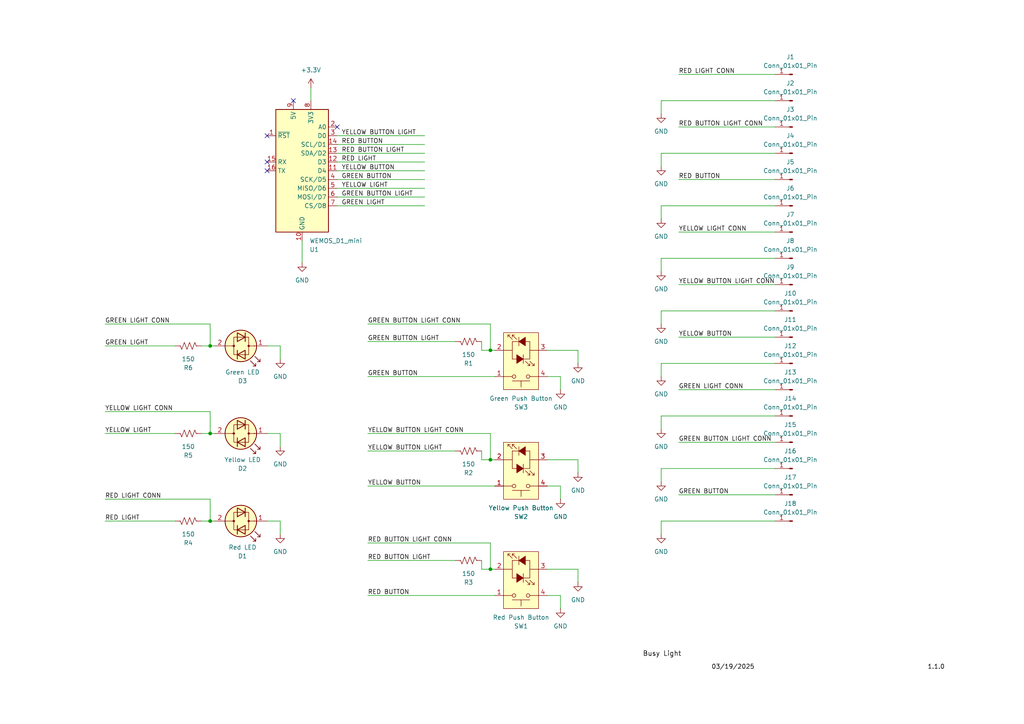
<source format=kicad_sch>
(kicad_sch (version 20250114) (generator "eeschema") (generator_version "9.0")
  (paper "A4")
  (lib_symbols
    (symbol "Connector:Conn_01x01_Pin" (pin_names (offset 1.016) (hide yes))
      (property "Reference" "J" (at 0 2.54 0))
      (property "Value" "Conn_01x01_Pin" (at 0 -2.54 0))
      (symbol "Conn_01x01_Pin_1_1"
        (rectangle (start 0.8636 0.127) (end 0 -0.127) (stroke (width 0.1524)) (fill (type outline)))
        (polyline (pts (xy 1.27 0) (xy 0.8636 0)) (stroke (width 0.1524)))
        (pin passive line (at 5.08 0 180) (length 3.81) (name "Pin_1") (number "1"))
      )
    )
    (symbol "Device:LED_Dual_Bidirectional" (pin_names (offset 0) (hide yes))
      (property "Reference" "D" (at 0 5.715 0))
      (property "Value" "LED_Dual_Bidirectional" (at 0 -6.35 0))
      (symbol "LED_Dual_Bidirectional_0_1"
        (polyline (pts (xy -4.572 0) (xy -2.54 0)))
        (circle (center -2.032 0) (radius 0.254) (fill (type outline)))
        (polyline (pts (xy -2.032 0) (xy -2.54 0)))
        (polyline (pts (xy -1.016 3.81) (xy -1.016 1.27)) (stroke (width 0.254)))
        (polyline (pts (xy -1.016 -1.27) (xy -1.016 -3.81) (xy 1.27 -2.54) (xy -1.016 -1.27)) (stroke (width 0.254)))
        (circle (center 0 0) (radius 4.572) (stroke (width 0.254)) (fill (type background)))
        (polyline (pts (xy 1.27 3.81) (xy 1.27 1.27) (xy -1.016 2.54) (xy 1.27 3.81)) (stroke (width 0.254)))
        (polyline (pts (xy 1.27 -1.27) (xy 1.27 -3.81)) (stroke (width 0.254)))
        (polyline (pts (xy 2.286 2.54) (xy -2.032 2.54) (xy -2.032 -2.54) (xy 2.286 -2.54) (xy 2.286 2.54)))
        (circle (center 2.286 0) (radius 0.254) (fill (type outline)))
        (polyline (pts (xy 2.794 4.318) (xy 4.318 5.842) (xy 3.556 5.842)) (stroke (width 0.2032)))
        (polyline (pts (xy 4.064 3.048) (xy 5.588 4.572) (xy 4.826 4.572)) (stroke (width 0.2032)))
        (polyline (pts (xy 4.064 0) (xy 2.286 0)) (fill (type outline)))
        (polyline (pts (xy 4.318 5.842) (xy 4.318 5.08)) (stroke (width 0.2032)))
        (polyline (pts (xy 5.588 4.572) (xy 5.588 3.81)) (stroke (width 0.2032)))
      )
      (symbol "LED_Dual_Bidirectional_1_1"
        (pin input line (at -7.62 0 0) (length 3.048) (name "AK") (number "2"))
        (pin input line (at 7.62 0 180) (length 3.81) (name "KA") (number "1"))
      )
    )
    (symbol "Device:R_US" (pin_numbers (hide yes)) (pin_names (offset 0))
      (property "Reference" "R" (at 2.54 0 90))
      (property "Value" "R_US" (at -2.54 0 90))
      (symbol "R_US_0_1"
        (polyline (pts (xy 0 2.286) (xy 0 2.54)))
        (polyline (pts (xy 0 2.286) (xy 1.016 1.905) (xy 0 1.524) (xy -1.016 1.143) (xy 0 0.762)))
        (polyline (pts (xy 0 0.762) (xy 1.016 0.381) (xy 0 0) (xy -1.016 -0.381) (xy 0 -0.762)))
        (polyline (pts (xy 0 -0.762) (xy 1.016 -1.143) (xy 0 -1.524) (xy -1.016 -1.905) (xy 0 -2.286)))
        (polyline (pts (xy 0 -2.286) (xy 0 -2.54)))
      )
      (symbol "R_US_1_1"
        (pin passive line (at 0 3.81 270) (length 1.27) (name "~") (number "1"))
        (pin passive line (at 0 -3.81 90) (length 1.27) (name "~") (number "2"))
      )
    )
    (symbol "RF_Module:WEMOS_D1_mini"
      (property "Reference" "U" (at 3.81 19.05 0))
      (property "Value" "WEMOS_D1_mini" (at 1.27 -19.05 0))
      (symbol "WEMOS_D1_mini_1_1"
        (rectangle (start -7.62 17.78) (end 7.62 -17.78) (stroke (width 0.254)) (fill (type background)))
        (pin input line (at -10.16 10.16 0) (length 2.54) (name "~{RST}") (number "1"))
        (pin input line (at -10.16 2.54 0) (length 2.54) (name "RX") (number "15"))
        (pin output line (at -10.16 0 0) (length 2.54) (name "TX") (number "16"))
        (pin power_in line (at -2.54 20.32 270) (length 2.54) (name "5V") (number "9"))
        (pin power_in line (at 0 -20.32 90) (length 2.54) (name "GND") (number "10"))
        (pin power_out line (at 2.54 20.32 270) (length 2.54) (name "3V3") (number "8"))
        (pin input line (at 10.16 12.7 180) (length 2.54) (name "A0") (number "2"))
        (pin bidirectional line (at 10.16 10.16 180) (length 2.54) (name "D0") (number "3"))
        (pin bidirectional line (at 10.16 7.62 180) (length 2.54) (name "SCL/D1") (number "14"))
        (pin bidirectional line (at 10.16 5.08 180) (length 2.54) (name "SDA/D2") (number "13"))
        (pin bidirectional line (at 10.16 2.54 180) (length 2.54) (name "D3") (number "12"))
        (pin bidirectional line (at 10.16 0 180) (length 2.54) (name "D4") (number "11"))
        (pin bidirectional line (at 10.16 -2.54 180) (length 2.54) (name "SCK/D5") (number "4"))
        (pin bidirectional line (at 10.16 -5.08 180) (length 2.54) (name "MISO/D6") (number "5"))
        (pin bidirectional line (at 10.16 -7.62 180) (length 2.54) (name "MOSI/D7") (number "6"))
        (pin bidirectional line (at 10.16 -10.16 180) (length 2.54) (name "CS/D8") (number "7"))
      )
    )
    (symbol "Switch:SW_MEC_5G_2LED" (pin_names (offset 1.016) (hide yes))
      (property "Reference" "SW" (at 0 10.16 0))
      (property "Value" "SW_MEC_5G_2LED" (at 0 -8.89 0))
      (symbol "SW_MEC_5G_2LED_0_0"
        (polyline (pts (xy -5.08 5.08) (xy -2.54 5.08)))
        (polyline (pts (xy -5.08 -2.54) (xy -2.54 -2.54)))
        (polyline (pts (xy -3.81 -6.35) (xy -3.81 -6.985) (xy -3.175 -6.985)))
        (polyline (pts (xy -3.81 -6.985) (xy -2.54 -5.715)))
        (polyline (pts (xy -2.54 0) (xy -2.54 -5.08)))
        (polyline (pts (xy -2.54 -5.08) (xy 2.54 -5.08)))
        (polyline (pts (xy -2.54 -6.35) (xy -2.54 -6.985) (xy -1.905 -6.985)))
        (polyline (pts (xy -2.54 -6.985) (xy -1.27 -5.715)))
        (polyline (pts (xy -0.635 -3.81) (xy -0.635 -6.35)))
        (polyline (pts (xy -0.635 -5.08) (xy 1.27 -3.81) (xy 1.27 -6.35) (xy -0.635 -5.08)) (fill (type outline)))
        (polyline (pts (xy 0.635 1.27) (xy 0.635 -1.27)))
        (polyline (pts (xy 0.635 0) (xy -1.27 1.27) (xy -1.27 -1.27) (xy 0.635 0)) (fill (type outline)))
        (polyline (pts (xy 2.54 5.08) (xy 5.08 5.08)))
        (polyline (pts (xy 2.54 1.905) (xy 1.27 0.635)))
        (polyline (pts (xy 2.54 1.27) (xy 2.54 1.905) (xy 1.905 1.905)))
        (polyline (pts (xy 2.54 0) (xy -2.54 0)))
        (polyline (pts (xy 2.54 0) (xy 2.54 -5.08)))
        (polyline (pts (xy 3.81 1.905) (xy 2.54 0.635)))
        (polyline (pts (xy 3.81 1.27) (xy 3.81 1.905) (xy 3.175 1.905)))
        (polyline (pts (xy 5.08 -2.54) (xy 2.54 -2.54)))
      )
      (symbol "SW_MEC_5G_2LED_0_1"
        (circle (center -2.032 5.08) (radius 0.508))
        (polyline (pts (xy 0 6.35) (xy 0 8.128)))
        (circle (center 2.032 5.08) (radius 0.508))
        (polyline (pts (xy 2.54 6.35) (xy -2.54 6.35)))
        (pin passive line (at -7.62 5.08 0) (length 2.54) (name "1") (number "1"))
        (pin passive line (at -7.62 -2.54 0) (length 2.54) (name "2") (number "2"))
        (pin passive line (at 7.62 5.08 180) (length 2.54) (name "A") (number "4"))
        (pin passive line (at 7.62 -2.54 180) (length 2.54) (name "K") (number "3"))
      )
      (symbol "SW_MEC_5G_2LED_1_1"
        (rectangle (start -5.08 8.89) (end 5.08 -7.62) (fill (type background)))
      )
    )
    (symbol "power:+3.3V" (power) (pin_numbers (hide yes)) (pin_names (offset 0) (hide yes))
      (property "Value" "+3.3V" (at 0 3.556 0))
      (symbol "+3.3V_0_1"
        (polyline (pts (xy -0.762 1.27) (xy 0 2.54)))
        (polyline (pts (xy 0 2.54) (xy 0.762 1.27)))
        (polyline (pts (xy 0 0) (xy 0 2.54)))
      )
      (symbol "+3.3V_1_1"
        (pin power_in line (at 0 0 90) (length 0) (name "~") (number "1"))
      )
    )
    (symbol "power:GND" (power) (pin_numbers (hide yes)) (pin_names (offset 0) (hide yes))
      (property "Value" "GND" (at 0 -3.81 0))
      (symbol "GND_0_1"
        (polyline (pts (xy 0 0) (xy 0 -1.27) (xy 1.27 -1.27) (xy 0 -2.54) (xy -1.27 -1.27) (xy 0 -1.27)))
      )
      (symbol "GND_1_1"
        (pin power_in line (at 0 0 270) (length 0) (name "~") (number "1"))
      )
    )
  )
  (text "03/19/2025" (at 212.598 193.548 0) (effects (font (size 1.27 1.27))))
  (text "Busy Light" (at 192.024 189.738 0) (effects (font (size 1.397 1.397))))
  (text "1.1.0" (at 271.526 193.548 0) (effects (font (size 1.27 1.27))))
  (junction (at 60.96 125.73))
  (junction (at 142.24 165.1))
  (junction (at 60.96 151.13))
  (junction (at 60.96 100.33))
  (junction (at 142.24 133.35))
  (junction (at 142.24 101.6))
  (no_connect (at 85.09 29.21))
  (no_connect (at 77.47 46.99))
  (no_connect (at 97.79 36.83))
  (no_connect (at 77.47 49.53))
  (no_connect (at 77.47 39.37))
  (wire (pts (xy 30.48 119.38) (xy 60.96 119.38)))
  (wire (pts (xy 60.96 125.73) (xy 60.96 119.38)))
  (wire (pts (xy 60.96 151.13) (xy 60.96 144.78)))
  (wire (pts (xy 106.68 99.06) (xy 132.08 99.06)))
  (wire (pts (xy 58.42 125.73) (xy 60.96 125.73)))
  (wire (pts (xy 60.96 151.13) (xy 62.23 151.13)))
  (wire (pts (xy 139.7 162.56) (xy 139.7 165.1)))
  (wire (pts (xy 142.24 133.35) (xy 143.51 133.35)))
  (wire (pts (xy 97.79 46.99) (xy 123.19 46.99)))
  (wire (pts (xy 162.56 172.72) (xy 162.56 176.53)))
  (wire (pts (xy 139.7 130.81) (xy 139.7 133.35)))
  (wire (pts (xy 97.79 54.61) (xy 123.19 54.61)))
  (wire (pts (xy 106.68 172.72) (xy 143.51 172.72)))
  (wire (pts (xy 191.77 90.17) (xy 224.79 90.17)))
  (wire (pts (xy 191.77 74.93) (xy 224.79 74.93)))
  (wire (pts (xy 81.28 100.33) (xy 81.28 104.14)))
  (wire (pts (xy 191.77 151.13) (xy 191.77 154.94)))
  (wire (pts (xy 106.68 109.22) (xy 143.51 109.22)))
  (wire (pts (xy 60.96 100.33) (xy 62.23 100.33)))
  (wire (pts (xy 196.85 21.59) (xy 224.79 21.59)))
  (wire (pts (xy 81.28 151.13) (xy 81.28 154.94)))
  (wire (pts (xy 158.75 172.72) (xy 162.56 172.72)))
  (wire (pts (xy 77.47 100.33) (xy 81.28 100.33)))
  (wire (pts (xy 162.56 140.97) (xy 162.56 144.78)))
  (wire (pts (xy 158.75 140.97) (xy 162.56 140.97)))
  (wire (pts (xy 191.77 120.65) (xy 224.79 120.65)))
  (wire (pts (xy 97.79 41.91) (xy 123.19 41.91)))
  (wire (pts (xy 162.56 109.22) (xy 162.56 113.03)))
  (wire (pts (xy 142.24 165.1) (xy 142.24 157.48)))
  (wire (pts (xy 196.85 67.31) (xy 224.79 67.31)))
  (wire (pts (xy 58.42 151.13) (xy 60.96 151.13)))
  (wire (pts (xy 30.48 151.13) (xy 50.8 151.13)))
  (wire (pts (xy 58.42 100.33) (xy 60.96 100.33)))
  (wire (pts (xy 106.68 157.48) (xy 142.24 157.48)))
  (wire (pts (xy 142.24 101.6) (xy 142.24 93.98)))
  (wire (pts (xy 191.77 135.89) (xy 224.79 135.89)))
  (wire (pts (xy 191.77 29.21) (xy 224.79 29.21)))
  (wire (pts (xy 191.77 74.93) (xy 191.77 78.74)))
  (wire (pts (xy 87.63 69.85) (xy 87.63 76.2)))
  (wire (pts (xy 139.7 133.35) (xy 142.24 133.35)))
  (wire (pts (xy 30.48 125.73) (xy 50.8 125.73)))
  (wire (pts (xy 60.96 100.33) (xy 60.96 93.98)))
  (wire (pts (xy 167.64 165.1) (xy 167.64 168.91)))
  (wire (pts (xy 191.77 151.13) (xy 224.79 151.13)))
  (wire (pts (xy 142.24 101.6) (xy 143.51 101.6)))
  (wire (pts (xy 97.79 59.69) (xy 123.19 59.69)))
  (wire (pts (xy 191.77 105.41) (xy 191.77 109.22)))
  (wire (pts (xy 142.24 165.1) (xy 143.51 165.1)))
  (wire (pts (xy 191.77 90.17) (xy 191.77 93.98)))
  (wire (pts (xy 167.64 101.6) (xy 167.64 105.41)))
  (wire (pts (xy 191.77 59.69) (xy 224.79 59.69)))
  (wire (pts (xy 196.85 143.51) (xy 224.79 143.51)))
  (wire (pts (xy 191.77 44.45) (xy 191.77 48.26)))
  (wire (pts (xy 196.85 52.07) (xy 224.79 52.07)))
  (wire (pts (xy 139.7 99.06) (xy 139.7 101.6)))
  (wire (pts (xy 191.77 105.41) (xy 224.79 105.41)))
  (wire (pts (xy 30.48 100.33) (xy 50.8 100.33)))
  (wire (pts (xy 97.79 52.07) (xy 123.19 52.07)))
  (wire (pts (xy 142.24 133.35) (xy 142.24 125.73)))
  (wire (pts (xy 106.68 130.81) (xy 132.08 130.81)))
  (wire (pts (xy 60.96 125.73) (xy 62.23 125.73)))
  (wire (pts (xy 139.7 165.1) (xy 142.24 165.1)))
  (wire (pts (xy 97.79 49.53) (xy 123.19 49.53)))
  (wire (pts (xy 196.85 36.83) (xy 224.79 36.83)))
  (wire (pts (xy 158.75 165.1) (xy 167.64 165.1)))
  (wire (pts (xy 158.75 101.6) (xy 167.64 101.6)))
  (wire (pts (xy 196.85 97.79) (xy 224.79 97.79)))
  (wire (pts (xy 158.75 133.35) (xy 167.64 133.35)))
  (wire (pts (xy 158.75 109.22) (xy 162.56 109.22)))
  (wire (pts (xy 30.48 144.78) (xy 60.96 144.78)))
  (wire (pts (xy 97.79 39.37) (xy 123.19 39.37)))
  (wire (pts (xy 191.77 135.89) (xy 191.77 139.7)))
  (wire (pts (xy 81.28 125.73) (xy 81.28 129.54)))
  (wire (pts (xy 196.85 128.27) (xy 224.79 128.27)))
  (wire (pts (xy 30.48 93.98) (xy 60.96 93.98)))
  (wire (pts (xy 139.7 101.6) (xy 142.24 101.6)))
  (wire (pts (xy 191.77 120.65) (xy 191.77 124.46)))
  (wire (pts (xy 97.79 44.45) (xy 123.19 44.45)))
  (wire (pts (xy 97.79 57.15) (xy 123.19 57.15)))
  (wire (pts (xy 196.85 113.03) (xy 224.79 113.03)))
  (wire (pts (xy 196.85 82.55) (xy 224.79 82.55)))
  (wire (pts (xy 77.47 151.13) (xy 81.28 151.13)))
  (wire (pts (xy 77.47 125.73) (xy 81.28 125.73)))
  (wire (pts (xy 90.17 25.4) (xy 90.17 29.21)))
  (wire (pts (xy 106.68 93.98) (xy 142.24 93.98)))
  (wire (pts (xy 191.77 59.69) (xy 191.77 63.5)))
  (wire (pts (xy 167.64 133.35) (xy 167.64 137.16)))
  (wire (pts (xy 106.68 125.73) (xy 142.24 125.73)))
  (wire (pts (xy 106.68 162.56) (xy 132.08 162.56)))
  (wire (pts (xy 191.77 29.21) (xy 191.77 33.02)))
  (wire (pts (xy 191.77 44.45) (xy 224.79 44.45)))
  (wire (pts (xy 106.68 140.97) (xy 143.51 140.97)))
  (label "YELLOW LIGHT CONN" (at 30.48 119.38 0))
  (label "YELLOW LIGHT" (at 99.06 54.61 0))
  (label "YELLOW BUTTON LIGHT CONN" (at 106.68 125.73 0))
  (label "YELLOW BUTTON" (at 196.85 97.79 0))
  (label "GREEN LIGHT CONN" (at 196.85 113.03 0))
  (label "RED BUTTON LIGHT" (at 106.68 162.56 0))
  (label "RED LIGHT" (at 30.48 151.13 0))
  (label "YELLOW BUTTON" (at 106.68 140.97 0))
  (label "GREEN BUTTON LIGHT" (at 106.68 99.06 0))
  (label "RED BUTTON" (at 196.85 52.07 0))
  (label "YELLOW BUTTON LIGHT CONN" (at 196.85 82.55 0))
  (label "GREEN BUTTON" (at 196.85 143.51 0))
  (label "GREEN BUTTON" (at 106.68 109.22 0))
  (label "RED LIGHT CONN" (at 196.85 21.59 0))
  (label "RED BUTTON LIGHT CONN" (at 196.85 36.83 0))
  (label "YELLOW LIGHT" (at 30.48 125.73 0))
  (label "GREEN BUTTON LIGHT" (at 99.06 57.15 0))
  (label "YELLOW BUTTON LIGHT" (at 106.68 130.81 0))
  (label "GREEN BUTTON" (at 99.06 52.07 0))
  (label "GREEN LIGHT CONN" (at 30.48 93.98 0))
  (label "RED BUTTON" (at 99.06 41.91 0))
  (label "GREEN LIGHT" (at 30.48 100.33 0))
  (label "RED BUTTON" (at 106.68 172.72 0))
  (label "GREEN BUTTON LIGHT CONN" (at 106.68 93.98 0))
  (label "RED LIGHT CONN" (at 30.48 144.78 0))
  (label "RED BUTTON LIGHT" (at 99.06 44.45 0))
  (label "RED BUTTON LIGHT CONN" (at 106.68 157.48 0))
  (label "YELLOW BUTTON" (at 99.06 49.53 0))
  (label "YELLOW BUTTON LIGHT" (at 99.06 39.37 0))
  (label "RED LIGHT" (at 99.06 46.99 0))
  (label "YELLOW LIGHT CONN" (at 196.85 67.31 0))
  (label "GREEN BUTTON LIGHT CONN" (at 196.85 128.27 0))
  (label "GREEN LIGHT" (at 99.06 59.69 0))
  (symbol (lib_id "Device:LED_Dual_Bidirectional") (at 69.85 151.13 0) (mirror x) (unit 1) (on_board no)
    (property "Reference" "D1" (at 70.3453 161.29 0))
    (property "Value" "Red LED" (at 70.3453 158.75 0))
    (property "Footprint" "TerminalBlock_Phoenix:TerminalBlock_Phoenix_MKDS-1,5-6-5.08_1x06_P5.08mm_Horizontal" (effects (hide yes)))
    (property "Description" "Dual LED, bidirectional" (effects (hide yes)))
  )
  (symbol (lib_id "power:GND") (at 87.63 76.2 0) (unit 1)
    (property "Reference" "#PWR02" (effects (hide yes)))
    (property "Value" "GND" (at 87.63 81.28 0))
    (property "Description" "Power symbol creates a global label with name \"GND\" , ground" (effects (hide yes)))
  )
  (symbol (lib_id "power:GND") (at 191.77 78.74 0) (unit 1)
    (property "Reference" "#PWR017" (effects (hide yes)))
    (property "Value" "GND" (at 191.77 83.82 0))
    (property "Description" "Power symbol creates a global label with name \"GND\" , ground" (effects (hide yes)))
  )
  (symbol (lib_id "Connector:Conn_01x01_Pin") (at 229.87 67.31 0) (mirror y) (unit 1)
    (property "Reference" "J7" (at 229.235 62.23 0))
    (property "Value" "Conn_01x01_Pin" (at 229.235 64.77 0))
    (property "Footprint" "Connector_Pin:Pin_D1.3mm_L11.0mm" (effects (hide yes)))
    (property "Description" "Generic connector, single row, 01x01, script generated" (effects (hide yes)))
  )
  (symbol (lib_id "Device:R_US") (at 135.89 99.06 90) (mirror x) (unit 1)
    (property "Reference" "R1" (at 135.89 105.41 90))
    (property "Value" "150" (at 135.89 102.87 90))
    (property "Footprint" "Resistor_THT:R_Axial_DIN0204_L3.6mm_D1.6mm_P7.62mm_Horizontal" (effects (hide yes)))
    (property "Description" "Resistor, US symbol" (effects (hide yes)))
  )
  (symbol (lib_id "Connector:Conn_01x01_Pin") (at 229.87 105.41 0) (mirror y) (unit 1)
    (property "Reference" "J12" (at 229.235 100.33 0))
    (property "Value" "Conn_01x01_Pin" (at 229.235 102.87 0))
    (property "Footprint" "Connector_Pin:Pin_D1.3mm_L11.0mm" (effects (hide yes)))
    (property "Description" "Generic connector, single row, 01x01, script generated" (effects (hide yes)))
  )
  (symbol (lib_id "power:GND") (at 162.56 144.78 0) (unit 1)
    (property "Reference" "#PWR08" (effects (hide yes)))
    (property "Value" "GND" (at 162.56 149.86 0))
    (property "Description" "Power symbol creates a global label with name \"GND\" , ground" (effects (hide yes)))
  )
  (symbol (lib_id "Switch:SW_MEC_5G_2LED") (at 151.13 104.14 0) (mirror x) (unit 1) (on_board no)
    (property "Reference" "SW3" (at 151.13 118.11 0))
    (property "Value" "Green Push Button" (at 151.13 115.57 0))
    (property "Footprint" "TerminalBlock_Phoenix:TerminalBlock_Phoenix_MKDS-1,5-6-5.08_1x06_P5.08mm_Horizontal" (effects (hide yes)))
    (property "Datasheet" "http://www.apem.com/int/index.php?controller=attachment&id_attachment=488" (effects (hide yes)))
    (property "Description" "MEC 5G single pole normally-open illuminated tactile switch with two LEDs" (effects (hide yes)))
  )
  (symbol (lib_id "power:GND") (at 167.64 137.16 0) (unit 1)
    (property "Reference" "#PWR09" (effects (hide yes)))
    (property "Value" "GND" (at 167.64 142.24 0))
    (property "Description" "Power symbol creates a global label with name \"GND\" , ground" (effects (hide yes)))
  )
  (symbol (lib_id "Connector:Conn_01x01_Pin") (at 229.87 59.69 0) (mirror y) (unit 1)
    (property "Reference" "J6" (at 229.235 54.61 0))
    (property "Value" "Conn_01x01_Pin" (at 229.235 57.15 0))
    (property "Footprint" "Connector_Pin:Pin_D1.3mm_L11.0mm" (effects (hide yes)))
    (property "Description" "Generic connector, single row, 01x01, script generated" (effects (hide yes)))
  )
  (symbol (lib_id "Device:R_US") (at 54.61 125.73 90) (mirror x) (unit 1)
    (property "Reference" "R5" (at 54.61 132.08 90))
    (property "Value" "150" (at 54.61 129.54 90))
    (property "Footprint" "Resistor_THT:R_Axial_DIN0204_L3.6mm_D1.6mm_P7.62mm_Horizontal" (effects (hide yes)))
    (property "Description" "Resistor, US symbol" (effects (hide yes)))
  )
  (symbol (lib_id "Switch:SW_MEC_5G_2LED") (at 151.13 167.64 0) (mirror x) (unit 1) (on_board no)
    (property "Reference" "SW1" (at 151.13 181.61 0))
    (property "Value" "Red Push Button" (at 151.13 179.07 0))
    (property "Footprint" "TerminalBlock_Phoenix:TerminalBlock_Phoenix_MKDS-1,5-6-5.08_1x06_P5.08mm_Horizontal" (effects (hide yes)))
    (property "Datasheet" "http://www.apem.com/int/index.php?controller=attachment&id_attachment=488" (effects (hide yes)))
    (property "Description" "MEC 5G single pole normally-open illuminated tactile switch with two LEDs" (effects (hide yes)))
  )
  (symbol (lib_id "power:GND") (at 191.77 93.98 0) (unit 1)
    (property "Reference" "#PWR018" (effects (hide yes)))
    (property "Value" "GND" (at 191.77 99.06 0))
    (property "Description" "Power symbol creates a global label with name \"GND\" , ground" (effects (hide yes)))
  )
  (symbol (lib_id "power:GND") (at 191.77 33.02 0) (unit 1)
    (property "Reference" "#PWR013" (effects (hide yes)))
    (property "Value" "GND" (at 191.77 38.1 0))
    (property "Description" "Power symbol creates a global label with name \"GND\" , ground" (effects (hide yes)))
  )
  (symbol (lib_id "power:+3.3V") (at 90.17 25.4 0) (unit 1)
    (property "Reference" "#PWR01" (effects (hide yes)))
    (property "Value" "+3.3V" (at 90.17 20.32 0))
    (property "Description" "Power symbol creates a global label with name \"+3.3V\"" (effects (hide yes)))
  )
  (symbol (lib_id "Connector:Conn_01x01_Pin") (at 229.87 44.45 0) (mirror y) (unit 1)
    (property "Reference" "J4" (at 229.235 39.37 0))
    (property "Value" "Conn_01x01_Pin" (at 229.235 41.91 0))
    (property "Footprint" "Connector_Pin:Pin_D1.3mm_L11.0mm" (effects (hide yes)))
    (property "Description" "Generic connector, single row, 01x01, script generated" (effects (hide yes)))
  )
  (symbol (lib_id "Connector:Conn_01x01_Pin") (at 229.87 36.83 0) (mirror y) (unit 1)
    (property "Reference" "J3" (at 229.235 31.75 0))
    (property "Value" "Conn_01x01_Pin" (at 229.235 34.29 0))
    (property "Footprint" "Connector_Pin:Pin_D1.3mm_L11.0mm" (effects (hide yes)))
    (property "Description" "Generic connector, single row, 01x01, script generated" (effects (hide yes)))
  )
  (symbol (lib_id "power:GND") (at 81.28 154.94 0) (unit 1)
    (property "Reference" "#PWR05" (effects (hide yes)))
    (property "Value" "GND" (at 81.28 160.02 0))
    (property "Description" "Power symbol creates a global label with name \"GND\" , ground" (effects (hide yes)))
  )
  (symbol (lib_id "power:GND") (at 191.77 63.5 0) (unit 1)
    (property "Reference" "#PWR016" (effects (hide yes)))
    (property "Value" "GND" (at 191.77 68.58 0))
    (property "Description" "Power symbol creates a global label with name \"GND\" , ground" (effects (hide yes)))
  )
  (symbol (lib_id "power:GND") (at 191.77 139.7 0) (unit 1)
    (property "Reference" "#PWR021" (effects (hide yes)))
    (property "Value" "GND" (at 191.77 144.78 0))
    (property "Description" "Power symbol creates a global label with name \"GND\" , ground" (effects (hide yes)))
  )
  (symbol (lib_id "Connector:Conn_01x01_Pin") (at 229.87 74.93 0) (mirror y) (unit 1)
    (property "Reference" "J8" (at 229.235 69.85 0))
    (property "Value" "Conn_01x01_Pin" (at 229.235 72.39 0))
    (property "Footprint" "Connector_Pin:Pin_D1.3mm_L11.0mm" (effects (hide yes)))
    (property "Description" "Generic connector, single row, 01x01, script generated" (effects (hide yes)))
  )
  (symbol (lib_id "power:GND") (at 191.77 124.46 0) (unit 1)
    (property "Reference" "#PWR020" (effects (hide yes)))
    (property "Value" "GND" (at 191.77 129.54 0))
    (property "Description" "Power symbol creates a global label with name \"GND\" , ground" (effects (hide yes)))
  )
  (symbol (lib_id "power:GND") (at 191.77 48.26 0) (unit 1)
    (property "Reference" "#PWR015" (effects (hide yes)))
    (property "Value" "GND" (at 191.77 53.34 0))
    (property "Description" "Power symbol creates a global label with name \"GND\" , ground" (effects (hide yes)))
  )
  (symbol (lib_id "Device:R_US") (at 135.89 162.56 90) (mirror x) (unit 1)
    (property "Reference" "R3" (at 135.89 168.91 90))
    (property "Value" "150" (at 135.89 166.37 90))
    (property "Footprint" "Resistor_THT:R_Axial_DIN0204_L3.6mm_D1.6mm_P7.62mm_Horizontal" (effects (hide yes)))
    (property "Description" "Resistor, US symbol" (effects (hide yes)))
  )
  (symbol (lib_id "Connector:Conn_01x01_Pin") (at 229.87 113.03 0) (mirror y) (unit 1)
    (property "Reference" "J13" (at 229.235 107.95 0))
    (property "Value" "Conn_01x01_Pin" (at 229.235 110.49 0))
    (property "Footprint" "Connector_Pin:Pin_D1.3mm_L11.0mm" (effects (hide yes)))
    (property "Description" "Generic connector, single row, 01x01, script generated" (effects (hide yes)))
  )
  (symbol (lib_id "Connector:Conn_01x01_Pin") (at 229.87 151.13 0) (mirror y) (unit 1)
    (property "Reference" "J18" (at 229.235 146.05 0))
    (property "Value" "Conn_01x01_Pin" (at 229.235 148.59 0))
    (property "Footprint" "Connector_Pin:Pin_D1.3mm_L11.0mm" (effects (hide yes)))
    (property "Description" "Generic connector, single row, 01x01, script generated" (effects (hide yes)))
  )
  (symbol (lib_id "Connector:Conn_01x01_Pin") (at 229.87 21.59 0) (mirror y) (unit 1)
    (property "Reference" "J1" (at 229.235 16.51 0))
    (property "Value" "Conn_01x01_Pin" (at 229.235 19.05 0))
    (property "Footprint" "Connector_Pin:Pin_D1.3mm_L11.0mm" (effects (hide yes)))
    (property "Description" "Generic connector, single row, 01x01, script generated" (effects (hide yes)))
  )
  (symbol (lib_id "Device:R_US") (at 54.61 100.33 90) (mirror x) (unit 1)
    (property "Reference" "R6" (at 54.61 106.68 90))
    (property "Value" "150" (at 54.61 104.14 90))
    (property "Footprint" "Resistor_THT:R_Axial_DIN0204_L3.6mm_D1.6mm_P7.62mm_Horizontal" (effects (hide yes)))
    (property "Description" "Resistor, US symbol" (effects (hide yes)))
  )
  (symbol (lib_id "Connector:Conn_01x01_Pin") (at 229.87 97.79 0) (mirror y) (unit 1)
    (property "Reference" "J11" (at 229.235 92.71 0))
    (property "Value" "Conn_01x01_Pin" (at 229.235 95.25 0))
    (property "Footprint" "Connector_Pin:Pin_D1.3mm_L11.0mm" (effects (hide yes)))
    (property "Description" "Generic connector, single row, 01x01, script generated" (effects (hide yes)))
  )
  (symbol (lib_id "Connector:Conn_01x01_Pin") (at 229.87 128.27 0) (mirror y) (unit 1)
    (property "Reference" "J15" (at 229.235 123.19 0))
    (property "Value" "Conn_01x01_Pin" (at 229.235 125.73 0))
    (property "Footprint" "Connector_Pin:Pin_D1.3mm_L11.0mm" (effects (hide yes)))
    (property "Description" "Generic connector, single row, 01x01, script generated" (effects (hide yes)))
  )
  (symbol (lib_id "Device:R_US") (at 135.89 130.81 90) (mirror x) (unit 1)
    (property "Reference" "R2" (at 135.89 137.16 90))
    (property "Value" "150" (at 135.89 134.62 90))
    (property "Footprint" "Resistor_THT:R_Axial_DIN0204_L3.6mm_D1.6mm_P7.62mm_Horizontal" (effects (hide yes)))
    (property "Description" "Resistor, US symbol" (effects (hide yes)))
  )
  (symbol (lib_id "power:GND") (at 167.64 168.91 0) (unit 1)
    (property "Reference" "#PWR07" (effects (hide yes)))
    (property "Value" "GND" (at 167.64 173.99 0))
    (property "Description" "Power symbol creates a global label with name \"GND\" , ground" (effects (hide yes)))
  )
  (symbol (lib_id "Device:LED_Dual_Bidirectional") (at 69.85 125.73 0) (mirror x) (unit 1) (on_board no)
    (property "Reference" "D2" (at 70.3453 135.89 0))
    (property "Value" "Yellow LED" (at 70.3453 133.35 0))
    (property "Footprint" "TerminalBlock_Phoenix:TerminalBlock_Phoenix_MKDS-1,5-6-5.08_1x06_P5.08mm_Horizontal" (effects (hide yes)))
    (property "Description" "Dual LED, bidirectional" (effects (hide yes)))
  )
  (symbol (lib_id "RF_Module:WEMOS_D1_mini") (at 87.63 49.53 0) (unit 1)
    (property "Reference" "U1" (at 89.7733 72.39 0) (effects (justify left)))
    (property "Value" "WEMOS_D1_mini" (at 89.7733 69.85 0) (effects (justify left)))
    (property "Footprint" "RF_Module:WEMOS_D1_mini_light" (effects (hide yes)))
    (property "Datasheet" "https://wiki.wemos.cc/products:d1:d1_mini#documentation" (effects (hide yes)))
    (property "Description" "32-bit microcontroller module with WiFi" (effects (hide yes)))
  )
  (symbol (lib_id "power:GND") (at 81.28 129.54 0) (unit 1)
    (property "Reference" "#PWR04" (effects (hide yes)))
    (property "Value" "GND" (at 81.28 134.62 0))
    (property "Description" "Power symbol creates a global label with name \"GND\" , ground" (effects (hide yes)))
  )
  (symbol (lib_id "power:GND") (at 81.28 104.14 0) (unit 1)
    (property "Reference" "#PWR03" (effects (hide yes)))
    (property "Value" "GND" (at 81.28 109.22 0))
    (property "Description" "Power symbol creates a global label with name \"GND\" , ground" (effects (hide yes)))
  )
  (symbol (lib_id "power:GND") (at 191.77 154.94 0) (unit 1)
    (property "Reference" "#PWR022" (effects (hide yes)))
    (property "Value" "GND" (at 191.77 160.02 0))
    (property "Description" "Power symbol creates a global label with name \"GND\" , ground" (effects (hide yes)))
  )
  (symbol (lib_id "Connector:Conn_01x01_Pin") (at 229.87 143.51 0) (mirror y) (unit 1)
    (property "Reference" "J17" (at 229.235 138.43 0))
    (property "Value" "Conn_01x01_Pin" (at 229.235 140.97 0))
    (property "Footprint" "Connector_Pin:Pin_D1.3mm_L11.0mm" (effects (hide yes)))
    (property "Description" "Generic connector, single row, 01x01, script generated" (effects (hide yes)))
  )
  (symbol (lib_id "power:GND") (at 167.64 105.41 0) (unit 1)
    (property "Reference" "#PWR011" (effects (hide yes)))
    (property "Value" "GND" (at 167.64 110.49 0))
    (property "Description" "Power symbol creates a global label with name \"GND\" , ground" (effects (hide yes)))
  )
  (symbol (lib_id "Switch:SW_MEC_5G_2LED") (at 151.13 135.89 0) (mirror x) (unit 1) (on_board no)
    (property "Reference" "SW2" (at 151.13 149.86 0))
    (property "Value" "Yellow Push Button" (at 151.13 147.32 0))
    (property "Footprint" "TerminalBlock_Phoenix:TerminalBlock_Phoenix_MKDS-1,5-6-5.08_1x06_P5.08mm_Horizontal" (effects (hide yes)))
    (property "Datasheet" "http://www.apem.com/int/index.php?controller=attachment&id_attachment=488" (effects (hide yes)))
    (property "Description" "MEC 5G single pole normally-open illuminated tactile switch with two LEDs" (effects (hide yes)))
  )
  (symbol (lib_id "Connector:Conn_01x01_Pin") (at 229.87 120.65 0) (mirror y) (unit 1)
    (property "Reference" "J14" (at 229.235 115.57 0))
    (property "Value" "Conn_01x01_Pin" (at 229.235 118.11 0))
    (property "Footprint" "Connector_Pin:Pin_D1.3mm_L11.0mm" (effects (hide yes)))
    (property "Description" "Generic connector, single row, 01x01, script generated" (effects (hide yes)))
  )
  (symbol (lib_id "Connector:Conn_01x01_Pin") (at 229.87 82.55 0) (mirror y) (unit 1)
    (property "Reference" "J9" (at 229.235 77.47 0))
    (property "Value" "Conn_01x01_Pin" (at 229.235 80.01 0))
    (property "Footprint" "Connector_Pin:Pin_D1.3mm_L11.0mm" (effects (hide yes)))
    (property "Description" "Generic connector, single row, 01x01, script generated" (effects (hide yes)))
  )
  (symbol (lib_id "power:GND") (at 191.77 109.22 0) (unit 1)
    (property "Reference" "#PWR019" (effects (hide yes)))
    (property "Value" "GND" (at 191.77 114.3 0))
    (property "Description" "Power symbol creates a global label with name \"GND\" , ground" (effects (hide yes)))
  )
  (symbol (lib_id "Connector:Conn_01x01_Pin") (at 229.87 52.07 0) (mirror y) (unit 1)
    (property "Reference" "J5" (at 229.235 46.99 0))
    (property "Value" "Conn_01x01_Pin" (at 229.235 49.53 0))
    (property "Footprint" "Connector_Pin:Pin_D1.3mm_L11.0mm" (effects (hide yes)))
    (property "Description" "Generic connector, single row, 01x01, script generated" (effects (hide yes)))
  )
  (symbol (lib_id "Connector:Conn_01x01_Pin") (at 229.87 135.89 0) (mirror y) (unit 1)
    (property "Reference" "J16" (at 229.235 130.81 0))
    (property "Value" "Conn_01x01_Pin" (at 229.235 133.35 0))
    (property "Footprint" "Connector_Pin:Pin_D1.3mm_L11.0mm" (effects (hide yes)))
    (property "Description" "Generic connector, single row, 01x01, script generated" (effects (hide yes)))
  )
  (symbol (lib_id "Connector:Conn_01x01_Pin") (at 229.87 29.21 0) (mirror y) (unit 1)
    (property "Reference" "J2" (at 229.235 24.13 0))
    (property "Value" "Conn_01x01_Pin" (at 229.235 26.67 0))
    (property "Footprint" "Connector_Pin:Pin_D1.3mm_L11.0mm" (effects (hide yes)))
    (property "Description" "Generic connector, single row, 01x01, script generated" (effects (hide yes)))
  )
  (symbol (lib_id "power:GND") (at 162.56 113.03 0) (unit 1)
    (property "Reference" "#PWR010" (effects (hide yes)))
    (property "Value" "GND" (at 162.56 118.11 0))
    (property "Description" "Power symbol creates a global label with name \"GND\" , ground" (effects (hide yes)))
  )
  (symbol (lib_id "Device:LED_Dual_Bidirectional") (at 69.85 100.33 0) (mirror x) (unit 1) (on_board no)
    (property "Reference" "D3" (at 70.3453 110.49 0))
    (property "Value" "Green LED" (at 70.3453 107.95 0))
    (property "Footprint" "TerminalBlock_Phoenix:TerminalBlock_Phoenix_MKDS-1,5-6-5.08_1x06_P5.08mm_Horizontal" (effects (hide yes)))
    (property "Description" "Dual LED, bidirectional" (effects (hide yes)))
  )
  (symbol (lib_id "Connector:Conn_01x01_Pin") (at 229.87 90.17 0) (mirror y) (unit 1)
    (property "Reference" "J10" (at 229.235 85.09 0))
    (property "Value" "Conn_01x01_Pin" (at 229.235 87.63 0))
    (property "Footprint" "Connector_Pin:Pin_D1.3mm_L11.0mm" (effects (hide yes)))
    (property "Description" "Generic connector, single row, 01x01, script generated" (effects (hide yes)))
  )
  (symbol (lib_id "Device:R_US") (at 54.61 151.13 90) (mirror x) (unit 1)
    (property "Reference" "R4" (at 54.61 157.48 90))
    (property "Value" "150" (at 54.61 154.94 90))
    (property "Footprint" "Resistor_THT:R_Axial_DIN0204_L3.6mm_D1.6mm_P7.62mm_Horizontal" (effects (hide yes)))
    (property "Description" "Resistor, US symbol" (effects (hide yes)))
  )
  (symbol (lib_id "power:GND") (at 162.56 176.53 0) (unit 1)
    (property "Reference" "#PWR06" (effects (hide yes)))
    (property "Value" "GND" (at 162.56 181.61 0))
    (property "Description" "Power symbol creates a global label with name \"GND\" , ground" (effects (hide yes)))
  )
)
</source>
